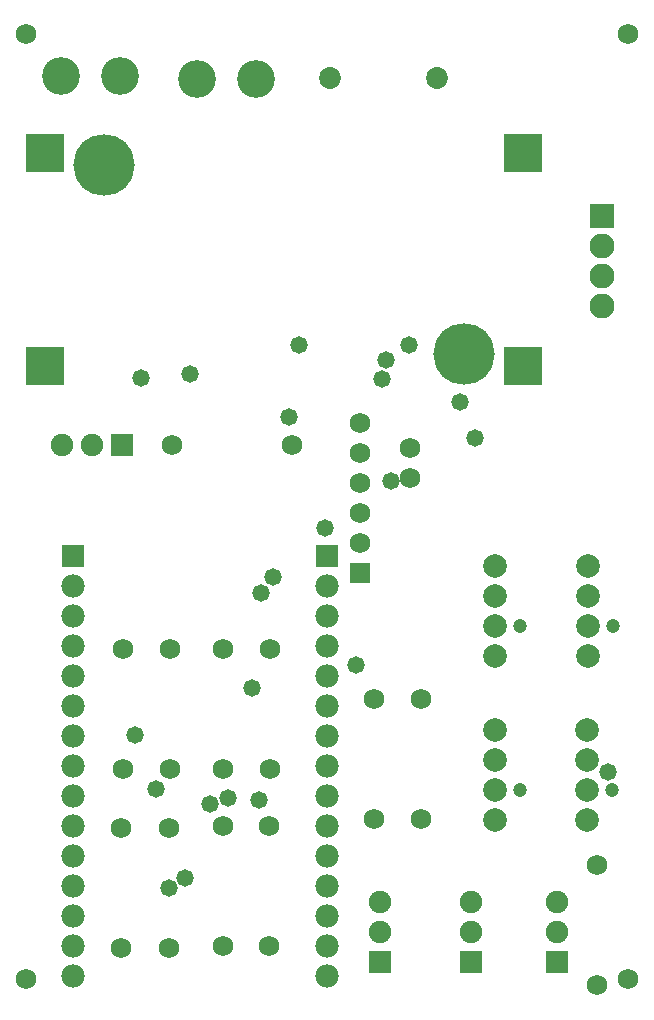
<source format=gbs>
G04 Layer_Color=8150272*
%FSLAX24Y24*%
%MOIN*%
G70*
G01*
G75*
%ADD37C,0.0680*%
%ADD38C,0.0780*%
%ADD39R,0.0780X0.0780*%
%ADD40R,0.0749X0.0749*%
%ADD41C,0.0749*%
%ADD42R,0.0749X0.0749*%
%ADD43R,0.0830X0.0830*%
%ADD44C,0.0830*%
%ADD45C,0.1261*%
%ADD46C,0.0789*%
%ADD47C,0.0474*%
%ADD48R,0.0680X0.0680*%
%ADD49R,0.1261X0.1261*%
%ADD50C,0.2049*%
%ADD51C,0.0730*%
%ADD52C,0.0580*%
D37*
X15488Y28425D02*
D03*
X19488D02*
D03*
X22244Y19945D02*
D03*
Y15945D02*
D03*
X23819Y19945D02*
D03*
Y15945D02*
D03*
X13858Y21638D02*
D03*
Y17638D02*
D03*
X18780Y21638D02*
D03*
Y17638D02*
D03*
X17205Y21638D02*
D03*
Y17638D02*
D03*
X15433Y21638D02*
D03*
Y17638D02*
D03*
X13819Y11669D02*
D03*
Y15669D02*
D03*
X15394Y11669D02*
D03*
Y15669D02*
D03*
X18740Y11709D02*
D03*
Y15709D02*
D03*
X17205Y11709D02*
D03*
Y15709D02*
D03*
X30709Y42126D02*
D03*
X10630D02*
D03*
Y10630D02*
D03*
X30709D02*
D03*
X21772Y29173D02*
D03*
Y28173D02*
D03*
Y27173D02*
D03*
Y26173D02*
D03*
Y25173D02*
D03*
X29685Y10409D02*
D03*
Y14409D02*
D03*
X23454Y28335D02*
D03*
Y27335D02*
D03*
D38*
X20669Y10717D02*
D03*
Y11717D02*
D03*
Y12717D02*
D03*
Y13717D02*
D03*
Y14717D02*
D03*
Y15717D02*
D03*
Y16717D02*
D03*
Y17717D02*
D03*
Y18717D02*
D03*
Y19717D02*
D03*
Y20717D02*
D03*
Y21717D02*
D03*
Y22717D02*
D03*
Y23717D02*
D03*
X12205Y10717D02*
D03*
Y11717D02*
D03*
Y12717D02*
D03*
Y13717D02*
D03*
Y14717D02*
D03*
Y15717D02*
D03*
Y16717D02*
D03*
Y17717D02*
D03*
Y18717D02*
D03*
Y19717D02*
D03*
Y20717D02*
D03*
Y21717D02*
D03*
Y22717D02*
D03*
Y23717D02*
D03*
D39*
X20669Y24717D02*
D03*
X12205D02*
D03*
D40*
X22441Y11205D02*
D03*
X25472Y11205D02*
D03*
X28346D02*
D03*
D41*
X22441Y12205D02*
D03*
Y13205D02*
D03*
X25472Y12205D02*
D03*
Y13205D02*
D03*
X28346Y12205D02*
D03*
Y13205D02*
D03*
X12835Y28425D02*
D03*
X11835D02*
D03*
D42*
X13835D02*
D03*
D43*
X29837Y36067D02*
D03*
D44*
Y35067D02*
D03*
Y34067D02*
D03*
Y33067D02*
D03*
D45*
X11811Y40709D02*
D03*
X13780D02*
D03*
X18307Y40630D02*
D03*
X16339D02*
D03*
D46*
X29331Y15929D02*
D03*
X29331Y16929D02*
D03*
X29331Y17929D02*
D03*
Y18929D02*
D03*
X26260Y21402D02*
D03*
X26260Y22402D02*
D03*
X26260Y23402D02*
D03*
Y24402D02*
D03*
Y15929D02*
D03*
X26260Y16929D02*
D03*
X26260Y17929D02*
D03*
Y18929D02*
D03*
X29370Y21402D02*
D03*
X29370Y22402D02*
D03*
X29370Y23402D02*
D03*
Y24402D02*
D03*
D47*
X30181Y16929D02*
D03*
X27110Y22402D02*
D03*
Y16929D02*
D03*
X30220Y22402D02*
D03*
D48*
X21772Y24173D02*
D03*
D49*
X11260Y38150D02*
D03*
X27205D02*
D03*
Y31063D02*
D03*
X11260D02*
D03*
D50*
X13228Y37756D02*
D03*
X25236Y31457D02*
D03*
D51*
X20787Y40669D02*
D03*
X24331D02*
D03*
D52*
X19724Y31772D02*
D03*
X19409Y29370D02*
D03*
X22510Y30620D02*
D03*
X15945Y13976D02*
D03*
X15390Y13670D02*
D03*
X21650Y21090D02*
D03*
X14961Y16968D02*
D03*
X16780Y16460D02*
D03*
X20620Y25660D02*
D03*
X25590Y28650D02*
D03*
X22650Y31270D02*
D03*
X14470Y30650D02*
D03*
X14280Y18750D02*
D03*
X18180Y20330D02*
D03*
X30040Y17530D02*
D03*
X16110Y30780D02*
D03*
X23400Y31760D02*
D03*
X25100Y29865D02*
D03*
X17360Y16670D02*
D03*
X22800Y27240D02*
D03*
X18870Y24010D02*
D03*
X18480Y23490D02*
D03*
X17370Y16670D02*
D03*
X18400Y16580D02*
D03*
M02*

</source>
